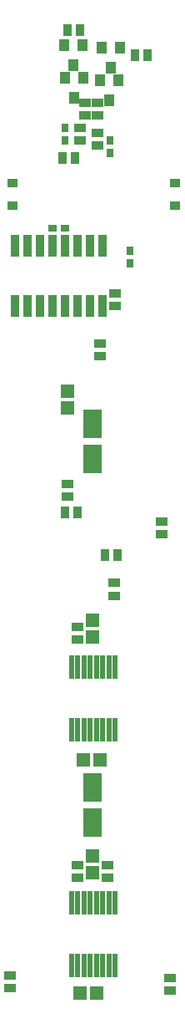
<source format=gts>
G04 MADE WITH FRITZING*
G04 WWW.FRITZING.ORG*
G04 DOUBLE SIDED*
G04 HOLES PLATED*
G04 CONTOUR ON CENTER OF CONTOUR VECTOR*
%ASAXBY*%
%FSLAX23Y23*%
%MOIN*%
%OFA0B0*%
%SFA1.0B1.0*%
%ADD10R,0.045433X0.037559*%
%ADD11R,0.023779X0.096614*%
%ADD12R,0.072992X0.112362*%
%ADD13R,0.037559X0.045433*%
%ADD14R,0.029685X0.037559*%
%ADD15R,0.037559X0.029685*%
%ADD16R,0.036000X0.090000*%
%ADD17R,0.041496X0.045433*%
%ADD18R,0.042677X0.034803*%
%ADD19R,0.057244X0.053307*%
%ADD20R,0.053307X0.057244*%
%LNMASK1*%
G90*
G70*
G54D10*
X331Y561D03*
X331Y509D03*
X331Y1511D03*
X331Y1459D03*
G54D11*
X306Y159D03*
X331Y159D03*
X356Y159D03*
X381Y159D03*
X406Y159D03*
X431Y159D03*
X456Y159D03*
X481Y159D03*
X481Y411D03*
X456Y411D03*
X431Y411D03*
X406Y411D03*
X381Y411D03*
X356Y411D03*
X331Y411D03*
X306Y411D03*
G54D12*
X391Y729D03*
X391Y871D03*
X391Y2179D03*
X391Y2321D03*
G54D13*
X289Y3891D03*
X341Y3891D03*
G54D10*
X411Y3551D03*
X411Y3602D03*
G54D14*
X541Y2961D03*
X541Y3012D03*
G54D15*
X282Y3101D03*
X231Y3101D03*
G54D10*
X666Y1931D03*
X666Y1879D03*
G54D16*
X81Y2789D03*
X131Y2789D03*
X181Y2789D03*
X231Y2789D03*
X281Y2789D03*
X331Y2789D03*
X381Y2789D03*
X431Y2789D03*
X431Y3031D03*
X381Y3031D03*
X331Y3031D03*
X281Y3031D03*
X231Y3031D03*
X181Y3031D03*
X131Y3031D03*
X81Y3031D03*
G54D13*
X611Y3791D03*
X559Y3791D03*
G54D17*
X501Y3821D03*
X426Y3821D03*
X463Y3742D03*
X495Y3691D03*
X421Y3691D03*
X458Y3612D03*
G54D10*
X481Y2841D03*
X481Y2789D03*
G54D14*
X461Y3451D03*
X461Y3399D03*
G54D17*
X351Y3831D03*
X276Y3831D03*
X313Y3752D03*
X355Y3701D03*
X281Y3701D03*
X318Y3622D03*
G54D10*
X341Y3451D03*
X341Y3502D03*
X361Y3551D03*
X361Y3602D03*
G54D13*
X321Y3381D03*
X269Y3381D03*
G54D14*
X281Y3501D03*
X281Y3449D03*
G54D10*
X411Y3482D03*
X411Y3431D03*
G54D11*
X306Y1099D03*
X331Y1099D03*
X356Y1099D03*
X381Y1099D03*
X406Y1099D03*
X431Y1099D03*
X456Y1099D03*
X481Y1099D03*
X481Y1351D03*
X456Y1351D03*
X431Y1351D03*
X406Y1351D03*
X381Y1351D03*
X356Y1351D03*
X331Y1351D03*
X306Y1351D03*
G54D10*
X291Y2081D03*
X291Y2029D03*
X421Y2641D03*
X421Y2589D03*
G54D13*
X279Y1966D03*
X331Y1966D03*
X491Y1796D03*
X439Y1796D03*
G54D10*
X451Y561D03*
X451Y509D03*
X701Y61D03*
X701Y112D03*
X61Y69D03*
X61Y121D03*
X476Y1686D03*
X476Y1634D03*
G54D18*
X721Y3281D03*
X721Y3191D03*
X71Y3281D03*
X71Y3190D03*
G54D19*
X407Y51D03*
X341Y51D03*
X421Y981D03*
X354Y981D03*
G54D20*
X291Y2451D03*
X291Y2384D03*
X391Y596D03*
X391Y529D03*
X391Y1538D03*
X391Y1471D03*
G04 End of Mask1*
M02*
</source>
